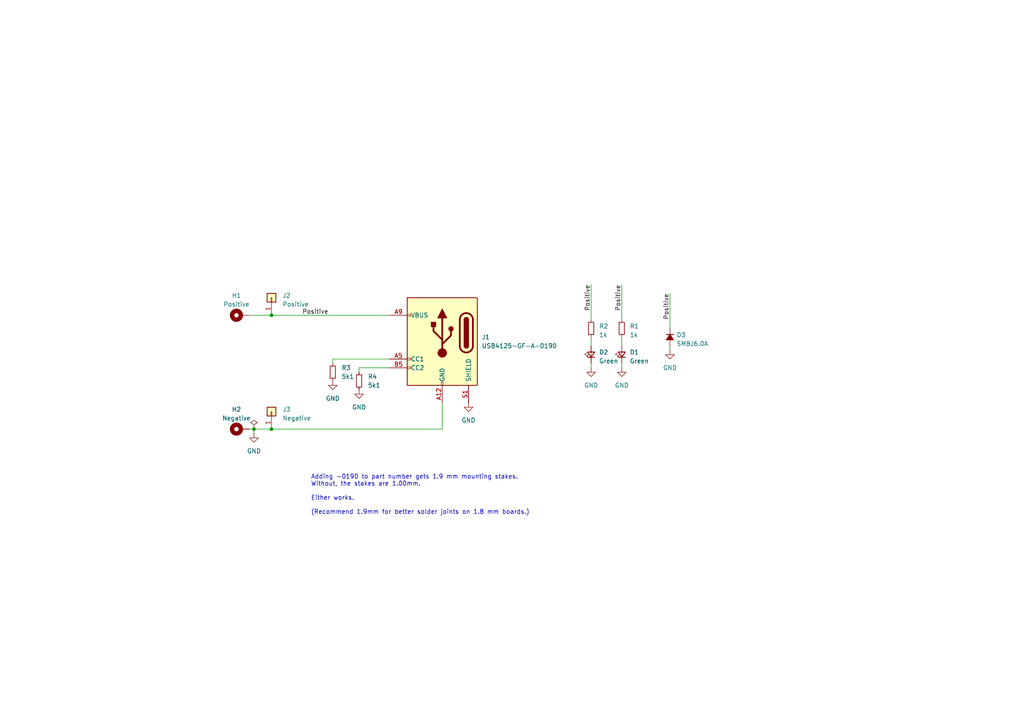
<source format=kicad_sch>
(kicad_sch (version 20231120) (generator "eeschema") (generator_version "8.0")
  (paper "A4")
  (title_block (title "Banana-to-usb adapter") (date "2024-04-06") (rev "2") (company "baldengineer.com"))
  (lib_symbols
    (symbol "Connector:USB_C_Receptacle_PowerOnly_6P" (pin_names (offset 1.016))
      (property "Reference" "J" (at 0 16.51 0))
      (property "Value" "USB_C_Receptacle_PowerOnly_6P" (at 0 13.97 0))
      (symbol "USB_C_Receptacle_PowerOnly_6P_0_0"
        (rectangle (start -0.254 -12.7) (end 0.254 -11.684))
        (rectangle (start 10.16 -7.366) (end 9.144 -7.874))
        (rectangle (start 10.16 -4.826) (end 9.144 -5.334))
        (rectangle (start 10.16 7.874) (end 9.144 7.366))
      )
      (symbol "USB_C_Receptacle_PowerOnly_6P_0_1"
        (rectangle (start -10.16 12.7) (end 10.16 -12.7) (stroke (width 0.254)) (fill (type background)))
        (arc (start -8.89 -1.27) (mid -6.985 -3.1667) (end -5.08 -1.27) (stroke (width 0.508)))
        (arc (start -7.62 -1.27) (mid -6.985 -1.9023) (end -6.35 -1.27) (stroke (width 0.254)))
        (arc (start -7.62 -1.27) (mid -6.985 -1.9023) (end -6.35 -1.27) (stroke (width 0.254)) (fill (type outline)))
        (rectangle (start -7.62 -1.27) (end -6.35 6.35) (stroke (width 0.254)) (fill (type outline)))
        (arc (start -6.35 6.35) (mid -6.985 6.9823) (end -7.62 6.35) (stroke (width 0.254)))
        (arc (start -6.35 6.35) (mid -6.985 6.9823) (end -7.62 6.35) (stroke (width 0.254)) (fill (type outline)))
        (arc (start -5.08 6.35) (mid -6.985 8.2467) (end -8.89 6.35) (stroke (width 0.508)))
        (circle (center -2.54 3.683) (radius 0.635) (stroke (width 0.254)) (fill (type outline)))
        (circle (center 0 -3.302) (radius 1.27) (fill (type outline)))
        (polyline (pts (xy -8.89 -1.27) (xy -8.89 6.35)) (stroke (width 0.508)))
        (polyline (pts (xy -5.08 6.35) (xy -5.08 -1.27)) (stroke (width 0.508)))
        (polyline (pts (xy 0 -3.302) (xy 0 6.858)) (stroke (width 0.508)))
        (polyline (pts (xy 0 -0.762) (xy -2.54 1.778) (xy -2.54 3.048)) (stroke (width 0.508)))
        (polyline (pts (xy 0 0.508) (xy 2.54 3.048) (xy 2.54 4.318)) (stroke (width 0.508)))
        (polyline (pts (xy -1.27 6.858) (xy 0 9.398) (xy 1.27 6.858) (xy -1.27 6.858)) (stroke (width 0.254)) (fill (type outline)))
        (rectangle (start 1.905 4.318) (end 3.175 5.588) (stroke (width 0.254)) (fill (type outline)))
      )
      (symbol "USB_C_Receptacle_PowerOnly_6P_1_1"
        (pin passive line (at 0 -17.78 90) (length 5.08) (name "GND") (number "A12"))
        (pin bidirectional line (at 15.24 -5.08 180) (length 5.08) (name "CC1") (number "A5"))
        (pin passive line (at 15.24 7.62 180) (length 5.08) (name "VBUS") (number "A9"))
        (pin passive line (at 0 -17.78 90) (length 5.08) hide (name "GND") (number "B12"))
        (pin bidirectional line (at 15.24 -7.62 180) (length 5.08) (name "CC2") (number "B5"))
        (pin passive line (at 15.24 7.62 180) (length 5.08) hide (name "VBUS") (number "B9"))
        (pin passive line (at -7.62 -17.78 90) (length 5.08) (name "SHIELD") (number "S1"))
      )
    )
    (symbol "Connector_Generic:Conn_01x01" (pin_names (offset 1.016) hide)
      (property "Reference" "J" (at 0 2.54 0))
      (property "Value" "Conn_01x01" (at 0 -2.54 0))
      (symbol "Conn_01x01_1_1"
        (rectangle (start -1.27 0.127) (end 0 -0.127) (stroke (width 0.1524)))
        (rectangle (start -1.27 1.27) (end 1.27 -1.27) (stroke (width 0.254)) (fill (type background)))
        (pin passive line (at -5.08 0 0) (length 3.81) (name "Pin_1") (number "1"))
      )
    )
    (symbol "Device:D_Small_Filled" (pin_numbers hide) (pin_names (offset 0.254) hide)
      (property "Reference" "D" (at -1.27 2.032 0))
      (property "Value" "D_Small_Filled" (at -3.81 -2.032 0))
      (symbol "D_Small_Filled_0_1"
        (polyline (pts (xy -0.762 -1.016) (xy -0.762 1.016)) (stroke (width 0.254)))
        (polyline (pts (xy -0.762 0) (xy 0.762 0)))
        (polyline (pts (xy 0.762 -1.016) (xy -0.762 0) (xy 0.762 1.016) (xy 0.762 -1.016)) (stroke (width 0.254)) (fill (type outline)))
      )
      (symbol "D_Small_Filled_1_1"
        (pin passive line (at -2.54 0 0) (length 1.778) (name "K") (number "1"))
        (pin passive line (at 2.54 0 180) (length 1.778) (name "A") (number "2"))
      )
    )
    (symbol "Device:LED_Small" (pin_numbers hide) (pin_names (offset 0.254) hide)
      (property "Reference" "D" (at -1.27 3.175 0))
      (property "Value" "LED_Small" (at -4.445 -2.54 0))
      (symbol "LED_Small_0_1"
        (polyline (pts (xy -0.762 -1.016) (xy -0.762 1.016)) (stroke (width 0.254)))
        (polyline (pts (xy 1.016 0) (xy -0.762 0)))
        (polyline (pts (xy 0.762 -1.016) (xy -0.762 0) (xy 0.762 1.016) (xy 0.762 -1.016)) (stroke (width 0.254)))
        (polyline (pts (xy 0 0.762) (xy -0.508 1.27) (xy -0.254 1.27) (xy -0.508 1.27) (xy -0.508 1.016)))
        (polyline (pts (xy 0.508 1.27) (xy 0 1.778) (xy 0.254 1.778) (xy 0 1.778) (xy 0 1.524)))
      )
      (symbol "LED_Small_1_1"
        (pin passive line (at -2.54 0 0) (length 1.778) (name "K") (number "1"))
        (pin passive line (at 2.54 0 180) (length 1.778) (name "A") (number "2"))
      )
    )
    (symbol "Device:R_Small" (pin_numbers hide) (pin_names (offset 0.254) hide)
      (property "Reference" "R" (at 0.762 0.508 0))
      (property "Value" "R_Small" (at 0.762 -1.016 0))
      (symbol "R_Small_0_1"
        (rectangle (start -0.762 1.778) (end 0.762 -1.778) (stroke (width 0.2032)))
      )
      (symbol "R_Small_1_1"
        (pin passive line (at 0 2.54 270) (length 0.762) (name "~") (number "1"))
        (pin passive line (at 0 -2.54 90) (length 0.762) (name "~") (number "2"))
      )
    )
    (symbol "Mechanical:MountingHole_Pad" (pin_numbers hide) (pin_names (offset 1.016) hide)
      (property "Reference" "H" (at 0 6.35 0))
      (property "Value" "MountingHole_Pad" (at 0 4.445 0))
      (symbol "MountingHole_Pad_0_1"
        (circle (center 0 1.27) (radius 1.27) (stroke (width 1.27)))
      )
      (symbol "MountingHole_Pad_1_1"
        (pin input line (at 0 -2.54 90) (length 2.54) (name "1") (number "1"))
      )
    )
    (symbol "power:GND" (power) (pin_numbers hide) (pin_names (offset 0) hide)
      (property "Value" "GND" (at 0 -3.81 0))
      (symbol "GND_0_1"
        (polyline (pts (xy 0 0) (xy 0 -1.27) (xy 1.27 -1.27) (xy 0 -2.54) (xy -1.27 -1.27) (xy 0 -1.27)))
      )
      (symbol "GND_1_1"
        (pin power_in line (at 0 0 270) (length 0) (name "~") (number "1"))
      )
    )
    (symbol "power:PWR_FLAG" (power) (pin_numbers hide) (pin_names (offset 0) hide)
      (property "Value" "PWR_FLAG" (at 0 3.81 0))
      (symbol "PWR_FLAG_0_0"
        (pin power_out line (at 0 0 90) (length 0) (name "~") (number "1"))
      )
      (symbol "PWR_FLAG_0_1"
        (polyline (pts (xy 0 0) (xy 0 1.27) (xy -1.016 1.905) (xy 0 2.54) (xy 1.016 1.905) (xy 0 1.27)))
      )
    )
  )
  (junction (at 78.74 124.46))
  (junction (at 73.66 124.46))
  (junction (at 78.74 91.44))
  (wire (pts (xy 96.52 104.14) (xy 96.52 105.41)))
  (wire (pts (xy 72.39 124.46) (xy 73.66 124.46)))
  (wire (pts (xy 180.34 97.79) (xy 180.34 100.33)))
  (wire (pts (xy 180.34 105.41) (xy 180.34 106.68)))
  (wire (pts (xy 194.31 85.09) (xy 194.31 95.25)))
  (wire (pts (xy 128.27 116.84) (xy 128.27 124.46)))
  (wire (pts (xy 72.39 91.44) (xy 78.74 91.44)))
  (wire (pts (xy 73.66 124.46) (xy 73.66 125.73)))
  (wire (pts (xy 73.66 124.46) (xy 78.74 124.46)))
  (wire (pts (xy 104.14 106.68) (xy 104.14 107.95)))
  (wire (pts (xy 113.03 104.14) (xy 96.52 104.14)))
  (wire (pts (xy 171.45 105.41) (xy 171.45 106.68)))
  (wire (pts (xy 104.14 106.68) (xy 113.03 106.68)))
  (wire (pts (xy 78.74 124.46) (xy 128.27 124.46)))
  (wire (pts (xy 78.74 91.44) (xy 113.03 91.44)))
  (wire (pts (xy 194.31 100.33) (xy 194.31 101.6)))
  (wire (pts (xy 180.34 82.55) (xy 180.34 92.71)))
  (wire (pts (xy 171.45 82.55) (xy 171.45 92.71)))
  (wire (pts (xy 171.45 97.79) (xy 171.45 100.33)))
  (text "Adding -0190 to part number gets 1.9 mm mounting stakes.\nWithout, the stakes are 1.00mm.\n\nEither works.\n\n(Recommend 1.9mm for better solder joints on 1.8 mm boards.)\n" (at 90.17 143.51 0) (effects (font (size 1.27 1.27)) (justify left)))
  (label "Positive" (at 87.63 91.44 0) (property "Netclass" "Power" (effects (hide yes))))
  (label "Positive" (at 180.34 82.55 270) (property "Netclass" "Power" (effects (hide yes))))
  (label "Positive" (at 171.45 82.55 270) (property "Netclass" "Power" (effects (hide yes))))
  (label "Positive" (at 194.31 85.09 270) (property "Netclass" "Power" (effects (hide yes))))
  (symbol (lib_id "Mechanical:MountingHole_Pad") (at 69.85 124.46 90) (unit 1)
    (property "Reference" "H2" (at 68.58 118.745 90))
    (property "Value" "Negative" (at 68.58 121.285 90))
    (property "Footprint" "MountingHole:MountingHole_3.2mm_M3_Pad_Via" (effects (hide yes)))
  )
  (symbol (lib_id "power:GND") (at 96.52 110.49 0) (unit 1)
    (property "Reference" "#PWR06" (effects (hide yes)))
    (property "Value" "GND" (at 96.52 115.57 0))
    (property "Description" "Power symbol creates a global label with name \"GND\" , ground" (effects (hide yes)))
  )
  (symbol (lib_id "power:GND") (at 73.66 125.73 0) (unit 1)
    (property "Reference" "#PWR02" (effects (hide yes)))
    (property "Value" "GND" (at 73.66 130.81 0))
    (property "Description" "Power symbol creates a global label with name \"GND\" , ground" (effects (hide yes)))
  )
  (symbol (lib_id "Device:LED_Small") (at 171.45 102.87 90) (unit 1)
    (property "Reference" "D2" (at 173.736 102.1715 90) (effects (justify right)))
    (property "Value" "Green" (at 173.736 104.7115 90) (effects (justify right)))
    (property "Footprint" "LED_SMD:LED_1206_3216Metric_Pad1.42x1.75mm_HandSolder" (effects (hide yes)))
  )
  (symbol (lib_id "Connector:USB_C_Receptacle_PowerOnly_6P") (at 128.27 99.06 0) (mirror y) (unit 1)
    (property "Reference" "J1" (at 139.7 97.7899 0) (effects (justify right)))
    (property "Value" "USB4125-GF-A-0190" (at 139.7 100.3299 0) (effects (justify right)))
    (property "Footprint" "Connector_USB:USB_C_Receptacle_GCT_USB4125-xx-x_6P_TopMnt_Horizontal" (effects (hide yes)))
    (property "Description" "USB Power-Only 6P Type-C Receptacle connector" (effects (hide yes)))
  )
  (symbol (lib_id "Device:R_Small") (at 104.14 110.49 0) (unit 1)
    (property "Reference" "R4" (at 106.68 109.2199 0) (effects (justify left)))
    (property "Value" "5k1" (at 106.68 111.7599 0) (effects (justify left)))
    (property "Footprint" "Resistor_SMD:R_1206_3216Metric_Pad1.30x1.75mm_HandSolder" (effects (hide yes)))
  )
  (symbol (lib_id "power:GND") (at 104.14 113.03 0) (unit 1)
    (property "Reference" "#PWR07" (effects (hide yes)))
    (property "Value" "GND" (at 104.14 118.11 0))
    (property "Description" "Power symbol creates a global label with name \"GND\" , ground" (effects (hide yes)))
  )
  (symbol (lib_id "power:GND") (at 180.34 106.68 0) (unit 1)
    (property "Reference" "#PWR03" (effects (hide yes)))
    (property "Value" "GND" (at 180.34 111.76 0))
    (property "Description" "Power symbol creates a global label with name \"GND\" , ground" (effects (hide yes)))
  )
  (symbol (lib_id "Device:R_Small") (at 96.52 107.95 0) (unit 1)
    (property "Reference" "R3" (at 99.06 106.6799 0) (effects (justify left)))
    (property "Value" "5k1" (at 99.06 109.2199 0) (effects (justify left)))
    (property "Footprint" "Resistor_SMD:R_1206_3216Metric_Pad1.30x1.75mm_HandSolder" (effects (hide yes)))
  )
  (symbol (lib_id "power:GND") (at 171.45 106.68 0) (unit 1)
    (property "Reference" "#PWR05" (effects (hide yes)))
    (property "Value" "GND" (at 171.45 111.76 0))
    (property "Description" "Power symbol creates a global label with name \"GND\" , ground" (effects (hide yes)))
  )
  (symbol (lib_id "Connector_Generic:Conn_01x01") (at 78.74 119.38 90) (unit 1)
    (property "Reference" "J3" (at 81.915 118.745 90) (effects (justify right)))
    (property "Value" "Negative" (at 81.915 121.285 90) (effects (justify right)))
    (property "Footprint" "Connector_PinHeader_2.54mm:PinHeader_1x01_P2.54mm_Vertical" (effects (hide yes)))
  )
  (symbol (lib_id "Device:D_Small_Filled") (at 194.31 97.79 270) (unit 1)
    (property "Reference" "D3" (at 196.215 97.155 90) (effects (justify left)))
    (property "Value" "SMBJ6.0A" (at 196.215 99.695 90) (effects (justify left)))
    (property "Footprint" "Diode_SMD:D_SMA-SMB_Universal_Handsoldering" (effects (hide yes)))
    (property "Datasheet" "https://www.farnell.com/datasheets/1874873.pdf" (effects (hide yes)))
    (property "Sim.Device" "D" (effects (hide yes)))
    (property "Sim.Pins" "1=K 2=A" (effects (hide yes)))
  )
  (symbol (lib_id "power:PWR_FLAG") (at 73.66 124.46 0) (unit 1)
    (property "Reference" "#FLG01" (effects (hide yes)))
    (property "Value" "PWR_FLAG" (effects (hide yes)))
    (property "Description" "Special symbol for telling ERC where power comes from" (effects (hide yes)))
  )
  (symbol (lib_id "power:GND") (at 194.31 101.6 0) (unit 1)
    (property "Reference" "#PWR04" (effects (hide yes)))
    (property "Value" "GND" (at 194.31 106.68 0))
    (property "Description" "Power symbol creates a global label with name \"GND\" , ground" (effects (hide yes)))
  )
  (symbol (lib_id "Device:R_Small") (at 171.45 95.25 0) (unit 1)
    (property "Reference" "R2" (at 173.736 94.615 0) (effects (justify left)))
    (property "Value" "1k" (at 173.736 97.155 0) (effects (justify left)))
    (property "Footprint" "Resistor_SMD:R_1206_3216Metric_Pad1.30x1.75mm_HandSolder" (effects (hide yes)))
  )
  (symbol (lib_id "power:GND") (at 135.89 116.84 0) (unit 1)
    (property "Reference" "#PWR01" (effects (hide yes)))
    (property "Value" "GND" (at 135.89 121.92 0))
    (property "Description" "Power symbol creates a global label with name \"GND\" , ground" (effects (hide yes)))
  )
  (symbol (lib_id "Device:R_Small") (at 180.34 95.25 0) (unit 1)
    (property "Reference" "R1" (at 182.626 94.615 0) (effects (justify left)))
    (property "Value" "1k" (at 182.626 97.155 0) (effects (justify left)))
    (property "Footprint" "Resistor_SMD:R_1206_3216Metric_Pad1.30x1.75mm_HandSolder" (effects (hide yes)))
  )
  (symbol (lib_id "Mechanical:MountingHole_Pad") (at 69.85 91.44 90) (unit 1)
    (property "Reference" "H1" (at 68.58 85.725 90))
    (property "Value" "Positive" (at 68.58 88.265 90))
    (property "Footprint" "MountingHole:MountingHole_3.2mm_M3_Pad_Via" (effects (hide yes)))
  )
  (symbol (lib_id "Device:LED_Small") (at 180.34 102.87 90) (unit 1)
    (property "Reference" "D1" (at 182.626 102.1715 90) (effects (justify right)))
    (property "Value" "Green" (at 182.626 104.7115 90) (effects (justify right)))
    (property "Footprint" "LED_SMD:LED_1206_3216Metric_Pad1.42x1.75mm_HandSolder" (effects (hide yes)))
  )
  (symbol (lib_id "Connector_Generic:Conn_01x01") (at 78.74 86.36 90) (unit 1)
    (property "Reference" "J2" (at 81.915 85.725 90) (effects (justify right)))
    (property "Value" "Positive" (at 81.915 88.265 90) (effects (justify right)))
    (property "Footprint" "Connector_PinHeader_2.54mm:PinHeader_1x01_P2.54mm_Vertical" (effects (hide yes)))
  )
)
</source>
